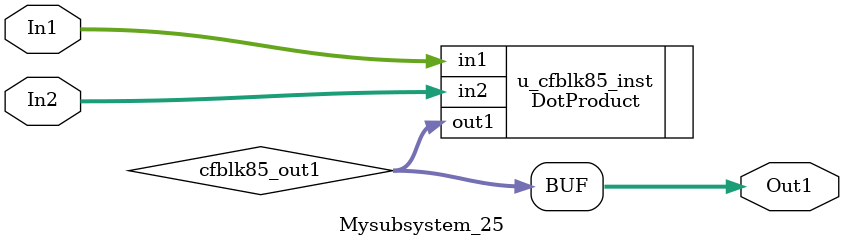
<source format=v>



`timescale 1 ns / 1 ns

module Mysubsystem_25
          (In1,
           In2,
           Out1);


  input   [7:0] In1;  // uint8
  input   [7:0] In2;  // uint8
  output  [15:0] Out1;  // uint16


  wire [15:0] cfblk85_out1;  // uint16


  DotProduct u_cfblk85_inst (.in1(In1),  // uint8
                             .in2(In2),  // uint8
                             .out1(cfblk85_out1)  // uint16
                             );

  assign Out1 = cfblk85_out1;

endmodule  // Mysubsystem_25


</source>
